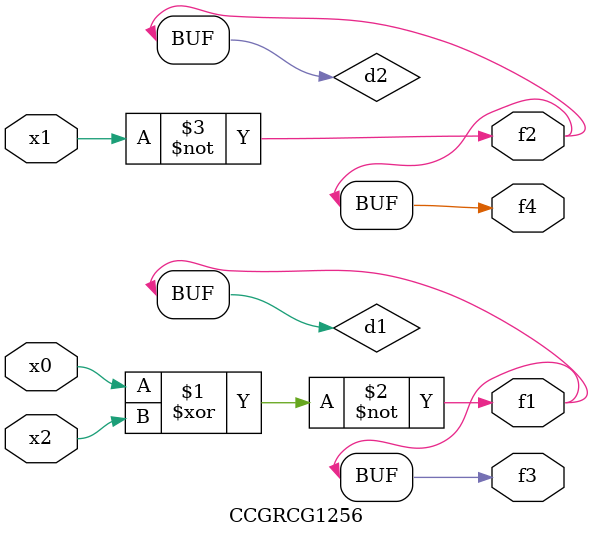
<source format=v>
module CCGRCG1256(
	input x0, x1, x2,
	output f1, f2, f3, f4
);

	wire d1, d2, d3;

	xnor (d1, x0, x2);
	nand (d2, x1);
	nor (d3, x1, x2);
	assign f1 = d1;
	assign f2 = d2;
	assign f3 = d1;
	assign f4 = d2;
endmodule

</source>
